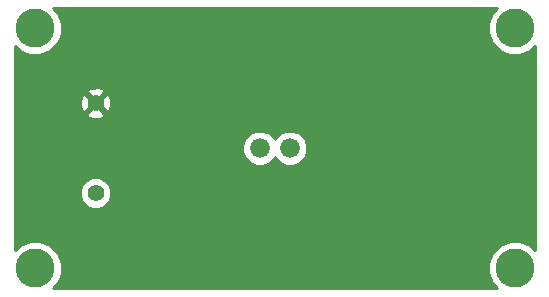
<source format=gbl>
G04 (created by PCBNEW-RS274X (2011-nov-30)-testing) date Thu 03 Jan 2013 06:38:46 PM PST*
%MOIN*%
G04 Gerber Fmt 3.4, Leading zero omitted, Abs format*
%FSLAX34Y34*%
G01*
G70*
G90*
G04 APERTURE LIST*
%ADD10C,0.006*%
%ADD11C,0.13*%
%ADD12C,0.066*%
%ADD13C,0.055*%
%ADD14C,0.01*%
G04 APERTURE END LIST*
G54D10*
G54D11*
X31000Y-21000D03*
X31000Y-29000D03*
X47000Y-29000D03*
X47000Y-21000D03*
G54D12*
X39500Y-25000D03*
X38500Y-25000D03*
G54D13*
X33024Y-23500D03*
X33024Y-26500D03*
G54D10*
G36*
X47675Y-28403D02*
X47510Y-28238D01*
X47180Y-28101D01*
X46822Y-28100D01*
X46491Y-28237D01*
X46238Y-28490D01*
X46101Y-28820D01*
X46100Y-29178D01*
X46237Y-29509D01*
X46403Y-29675D01*
X40080Y-29675D01*
X40080Y-25116D01*
X40080Y-24885D01*
X39992Y-24672D01*
X39829Y-24509D01*
X39616Y-24420D01*
X39385Y-24420D01*
X39172Y-24508D01*
X39009Y-24671D01*
X39000Y-24691D01*
X38992Y-24672D01*
X38829Y-24509D01*
X38616Y-24420D01*
X38385Y-24420D01*
X38172Y-24508D01*
X38009Y-24671D01*
X37920Y-24884D01*
X37920Y-25115D01*
X38008Y-25328D01*
X38171Y-25491D01*
X38384Y-25580D01*
X38615Y-25580D01*
X38828Y-25492D01*
X38991Y-25329D01*
X38999Y-25308D01*
X39008Y-25328D01*
X39171Y-25491D01*
X39384Y-25580D01*
X39615Y-25580D01*
X39828Y-25492D01*
X39991Y-25329D01*
X40080Y-25116D01*
X40080Y-29675D01*
X33554Y-29675D01*
X33554Y-23576D01*
X33542Y-23368D01*
X33484Y-23228D01*
X33392Y-23203D01*
X33321Y-23274D01*
X33321Y-23132D01*
X33296Y-23040D01*
X33100Y-22970D01*
X32892Y-22982D01*
X32752Y-23040D01*
X32727Y-23132D01*
X33024Y-23429D01*
X33321Y-23132D01*
X33321Y-23274D01*
X33095Y-23500D01*
X33392Y-23797D01*
X33484Y-23772D01*
X33554Y-23576D01*
X33554Y-29675D01*
X33549Y-29675D01*
X33549Y-26605D01*
X33549Y-26396D01*
X33469Y-26203D01*
X33322Y-26055D01*
X33321Y-26054D01*
X33321Y-23868D01*
X33024Y-23571D01*
X32953Y-23642D01*
X32953Y-23500D01*
X32656Y-23203D01*
X32564Y-23228D01*
X32494Y-23424D01*
X32506Y-23632D01*
X32564Y-23772D01*
X32656Y-23797D01*
X32953Y-23500D01*
X32953Y-23642D01*
X32727Y-23868D01*
X32752Y-23960D01*
X32948Y-24030D01*
X33156Y-24018D01*
X33296Y-23960D01*
X33321Y-23868D01*
X33321Y-26054D01*
X33129Y-25975D01*
X32920Y-25975D01*
X32727Y-26055D01*
X32579Y-26202D01*
X32499Y-26395D01*
X32499Y-26604D01*
X32579Y-26797D01*
X32726Y-26945D01*
X32919Y-27025D01*
X33128Y-27025D01*
X33321Y-26945D01*
X33469Y-26798D01*
X33549Y-26605D01*
X33549Y-29675D01*
X31597Y-29675D01*
X31762Y-29510D01*
X31899Y-29180D01*
X31900Y-28822D01*
X31763Y-28491D01*
X31510Y-28238D01*
X31180Y-28101D01*
X30822Y-28100D01*
X30491Y-28237D01*
X30325Y-28403D01*
X30325Y-21597D01*
X30490Y-21762D01*
X30820Y-21899D01*
X31178Y-21900D01*
X31509Y-21763D01*
X31762Y-21510D01*
X31899Y-21180D01*
X31900Y-20822D01*
X31763Y-20491D01*
X31597Y-20325D01*
X46403Y-20325D01*
X46238Y-20490D01*
X46101Y-20820D01*
X46100Y-21178D01*
X46237Y-21509D01*
X46490Y-21762D01*
X46820Y-21899D01*
X47178Y-21900D01*
X47509Y-21763D01*
X47675Y-21597D01*
X47675Y-28403D01*
X47675Y-28403D01*
G37*
G54D14*
X47675Y-28403D02*
X47510Y-28238D01*
X47180Y-28101D01*
X46822Y-28100D01*
X46491Y-28237D01*
X46238Y-28490D01*
X46101Y-28820D01*
X46100Y-29178D01*
X46237Y-29509D01*
X46403Y-29675D01*
X40080Y-29675D01*
X40080Y-25116D01*
X40080Y-24885D01*
X39992Y-24672D01*
X39829Y-24509D01*
X39616Y-24420D01*
X39385Y-24420D01*
X39172Y-24508D01*
X39009Y-24671D01*
X39000Y-24691D01*
X38992Y-24672D01*
X38829Y-24509D01*
X38616Y-24420D01*
X38385Y-24420D01*
X38172Y-24508D01*
X38009Y-24671D01*
X37920Y-24884D01*
X37920Y-25115D01*
X38008Y-25328D01*
X38171Y-25491D01*
X38384Y-25580D01*
X38615Y-25580D01*
X38828Y-25492D01*
X38991Y-25329D01*
X38999Y-25308D01*
X39008Y-25328D01*
X39171Y-25491D01*
X39384Y-25580D01*
X39615Y-25580D01*
X39828Y-25492D01*
X39991Y-25329D01*
X40080Y-25116D01*
X40080Y-29675D01*
X33554Y-29675D01*
X33554Y-23576D01*
X33542Y-23368D01*
X33484Y-23228D01*
X33392Y-23203D01*
X33321Y-23274D01*
X33321Y-23132D01*
X33296Y-23040D01*
X33100Y-22970D01*
X32892Y-22982D01*
X32752Y-23040D01*
X32727Y-23132D01*
X33024Y-23429D01*
X33321Y-23132D01*
X33321Y-23274D01*
X33095Y-23500D01*
X33392Y-23797D01*
X33484Y-23772D01*
X33554Y-23576D01*
X33554Y-29675D01*
X33549Y-29675D01*
X33549Y-26605D01*
X33549Y-26396D01*
X33469Y-26203D01*
X33322Y-26055D01*
X33321Y-26054D01*
X33321Y-23868D01*
X33024Y-23571D01*
X32953Y-23642D01*
X32953Y-23500D01*
X32656Y-23203D01*
X32564Y-23228D01*
X32494Y-23424D01*
X32506Y-23632D01*
X32564Y-23772D01*
X32656Y-23797D01*
X32953Y-23500D01*
X32953Y-23642D01*
X32727Y-23868D01*
X32752Y-23960D01*
X32948Y-24030D01*
X33156Y-24018D01*
X33296Y-23960D01*
X33321Y-23868D01*
X33321Y-26054D01*
X33129Y-25975D01*
X32920Y-25975D01*
X32727Y-26055D01*
X32579Y-26202D01*
X32499Y-26395D01*
X32499Y-26604D01*
X32579Y-26797D01*
X32726Y-26945D01*
X32919Y-27025D01*
X33128Y-27025D01*
X33321Y-26945D01*
X33469Y-26798D01*
X33549Y-26605D01*
X33549Y-29675D01*
X31597Y-29675D01*
X31762Y-29510D01*
X31899Y-29180D01*
X31900Y-28822D01*
X31763Y-28491D01*
X31510Y-28238D01*
X31180Y-28101D01*
X30822Y-28100D01*
X30491Y-28237D01*
X30325Y-28403D01*
X30325Y-21597D01*
X30490Y-21762D01*
X30820Y-21899D01*
X31178Y-21900D01*
X31509Y-21763D01*
X31762Y-21510D01*
X31899Y-21180D01*
X31900Y-20822D01*
X31763Y-20491D01*
X31597Y-20325D01*
X46403Y-20325D01*
X46238Y-20490D01*
X46101Y-20820D01*
X46100Y-21178D01*
X46237Y-21509D01*
X46490Y-21762D01*
X46820Y-21899D01*
X47178Y-21900D01*
X47509Y-21763D01*
X47675Y-21597D01*
X47675Y-28403D01*
M02*

</source>
